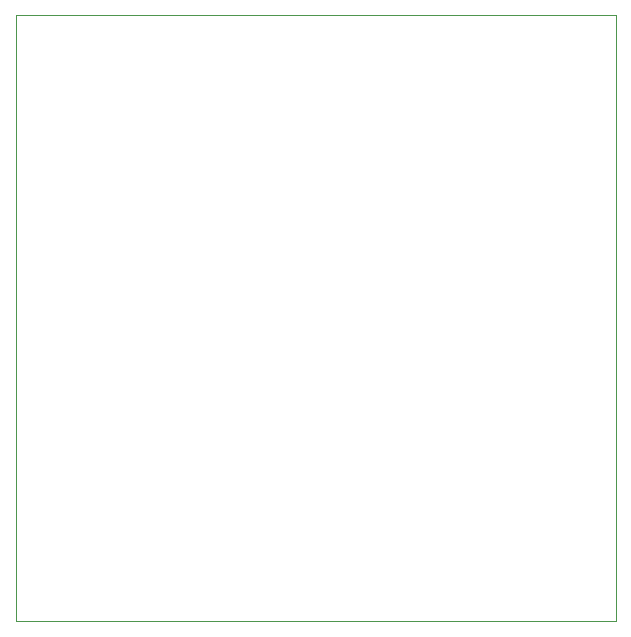
<source format=gbr>
%TF.GenerationSoftware,KiCad,Pcbnew,(6.0.4)*%
%TF.CreationDate,2022-04-18T00:34:21+09:00*%
%TF.ProjectId,chuniAir,6368756e-6941-4697-922e-6b696361645f,rev?*%
%TF.SameCoordinates,Original*%
%TF.FileFunction,Profile,NP*%
%FSLAX46Y46*%
G04 Gerber Fmt 4.6, Leading zero omitted, Abs format (unit mm)*
G04 Created by KiCad (PCBNEW (6.0.4)) date 2022-04-18 00:34:21*
%MOMM*%
%LPD*%
G01*
G04 APERTURE LIST*
%TA.AperFunction,Profile*%
%ADD10C,0.100000*%
%TD*%
G04 APERTURE END LIST*
D10*
X72390000Y-39370000D02*
X123190000Y-39370000D01*
X123190000Y-39370000D02*
X123190000Y-90678000D01*
X123190000Y-90678000D02*
X72390000Y-90678000D01*
X72390000Y-90678000D02*
X72390000Y-39370000D01*
M02*

</source>
